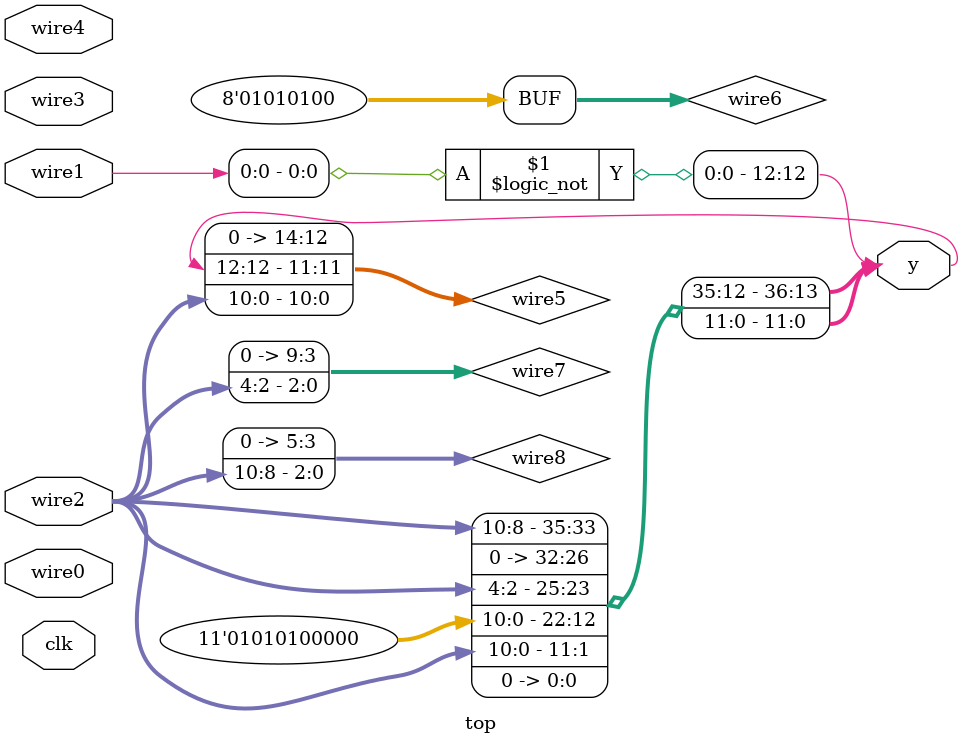
<source format=v>
module top
#(parameter param9 = ({((((7'h40) + (8'hbf)) ? {(8'hb2), (8'hb5)} : {(8'hae)}) ^~ {((8'hb1) * (8'hbe)), (-(8'ha3))})} ? (({((8'ha5) >>> (7'h40)), {(8'hb6), (8'hb5)}} > (|{(8'hb7)})) || (((~(8'hac)) >>> (+(7'h40))) <<< (~^((7'h44) << (8'hbe))))) : (((~&((8'hbe) ? (8'hac) : (8'hba))) ? ((&(8'hb3)) ? ((8'hb4) ? (8'hb1) : (8'hab)) : (-(8'hb9))) : (((8'haa) ? (8'ha9) : (8'ha2)) - (-(8'hba)))) ? {{(|(8'haa)), (~(7'h44))}, (((8'hb8) < (7'h41)) != ((7'h41) != (8'hb3)))} : {(|((8'hae) < (8'hba))), (((8'hb7) ? (8'hb2) : (8'hb8)) ? {(8'hbe), (8'hbd)} : (^(8'hb4)))})), 
parameter param10 = param9)
(y, clk, wire4, wire3, wire2, wire1, wire0);
  output wire [(32'h24):(32'h0)] y;
  input wire [(1'h0):(1'h0)] clk;
  input wire [(3'h6):(1'h0)] wire4;
  input wire [(3'h4):(1'h0)] wire3;
  input wire signed [(4'ha):(1'h0)] wire2;
  input wire signed [(2'h3):(1'h0)] wire1;
  input wire signed [(2'h3):(1'h0)] wire0;
  wire [(3'h5):(1'h0)] wire8;
  wire signed [(4'h9):(1'h0)] wire7;
  wire signed [(3'h7):(1'h0)] wire6;
  wire signed [(4'he):(1'h0)] wire5;
  assign y = {wire8, wire7, wire6, wire5, (1'h0)};
  assign wire5 = {(!wire1[(1'h0):(1'h0)]), wire2};
  assign wire6 = (-$signed($signed((8'hac))));
  assign wire7 = wire2[(3'h4):(2'h2)];
  assign wire8 = wire5[(4'ha):(4'h8)];
endmodule

</source>
